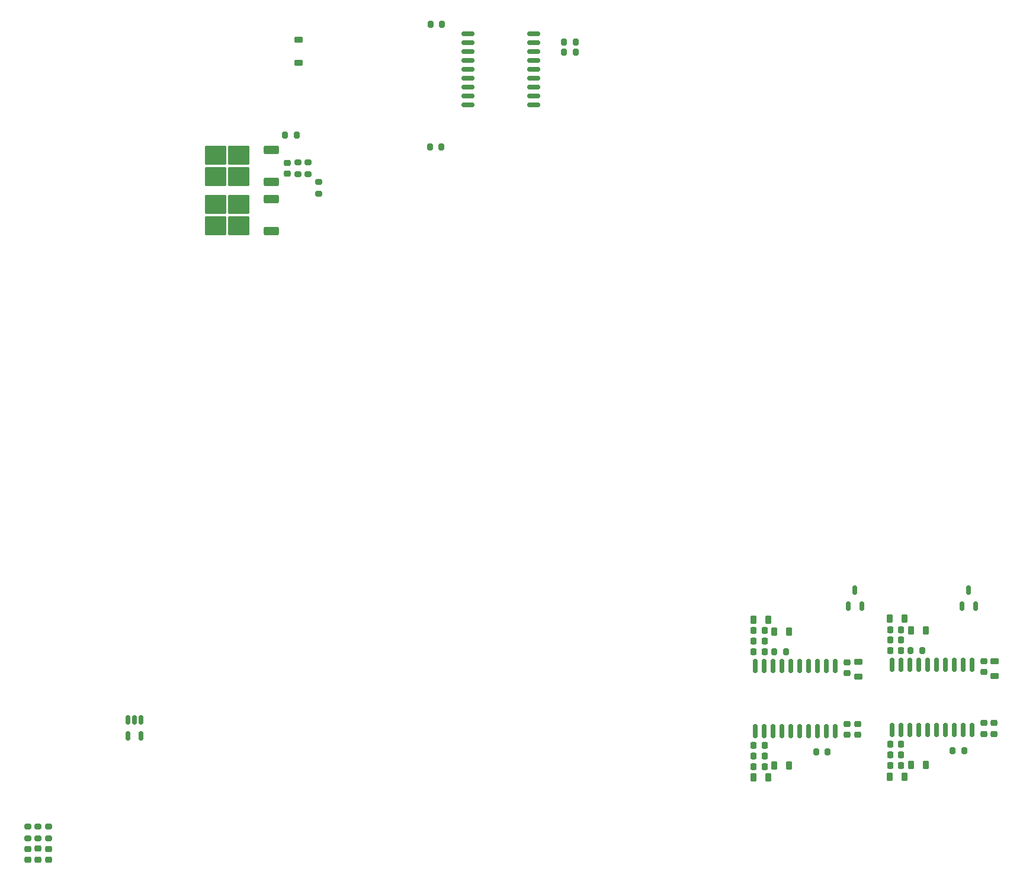
<source format=gbr>
%TF.GenerationSoftware,KiCad,Pcbnew,9.0.2*%
%TF.CreationDate,2025-09-29T11:38:53+09:00*%
%TF.ProjectId,RDC_Humanoid_Logic,5244435f-4875-46d6-916e-6f69645f4c6f,rev?*%
%TF.SameCoordinates,Original*%
%TF.FileFunction,Paste,Top*%
%TF.FilePolarity,Positive*%
%FSLAX46Y46*%
G04 Gerber Fmt 4.6, Leading zero omitted, Abs format (unit mm)*
G04 Created by KiCad (PCBNEW 9.0.2) date 2025-09-29 11:38:53*
%MOMM*%
%LPD*%
G01*
G04 APERTURE LIST*
G04 Aperture macros list*
%AMRoundRect*
0 Rectangle with rounded corners*
0 $1 Rounding radius*
0 $2 $3 $4 $5 $6 $7 $8 $9 X,Y pos of 4 corners*
0 Add a 4 corners polygon primitive as box body*
4,1,4,$2,$3,$4,$5,$6,$7,$8,$9,$2,$3,0*
0 Add four circle primitives for the rounded corners*
1,1,$1+$1,$2,$3*
1,1,$1+$1,$4,$5*
1,1,$1+$1,$6,$7*
1,1,$1+$1,$8,$9*
0 Add four rect primitives between the rounded corners*
20,1,$1+$1,$2,$3,$4,$5,0*
20,1,$1+$1,$4,$5,$6,$7,0*
20,1,$1+$1,$6,$7,$8,$9,0*
20,1,$1+$1,$8,$9,$2,$3,0*%
G04 Aperture macros list end*
%ADD10RoundRect,0.200000X-0.275000X0.200000X-0.275000X-0.200000X0.275000X-0.200000X0.275000X0.200000X0*%
%ADD11RoundRect,0.225000X-0.250000X0.225000X-0.250000X-0.225000X0.250000X-0.225000X0.250000X0.225000X0*%
%ADD12RoundRect,0.225000X0.225000X0.250000X-0.225000X0.250000X-0.225000X-0.250000X0.225000X-0.250000X0*%
%ADD13RoundRect,0.200000X0.200000X0.275000X-0.200000X0.275000X-0.200000X-0.275000X0.200000X-0.275000X0*%
%ADD14RoundRect,0.218750X-0.256250X0.218750X-0.256250X-0.218750X0.256250X-0.218750X0.256250X0.218750X0*%
%ADD15RoundRect,0.225000X0.250000X-0.225000X0.250000X0.225000X-0.250000X0.225000X-0.250000X-0.225000X0*%
%ADD16RoundRect,0.250000X0.850000X0.350000X-0.850000X0.350000X-0.850000X-0.350000X0.850000X-0.350000X0*%
%ADD17RoundRect,0.250000X1.275000X1.125000X-1.275000X1.125000X-1.275000X-1.125000X1.275000X-1.125000X0*%
%ADD18RoundRect,0.218750X0.381250X-0.218750X0.381250X0.218750X-0.381250X0.218750X-0.381250X-0.218750X0*%
%ADD19RoundRect,0.150000X0.150000X-0.512500X0.150000X0.512500X-0.150000X0.512500X-0.150000X-0.512500X0*%
%ADD20RoundRect,0.218750X0.218750X0.381250X-0.218750X0.381250X-0.218750X-0.381250X0.218750X-0.381250X0*%
%ADD21RoundRect,0.200000X-0.200000X-0.275000X0.200000X-0.275000X0.200000X0.275000X-0.200000X0.275000X0*%
%ADD22RoundRect,0.150000X-0.150000X0.875000X-0.150000X-0.875000X0.150000X-0.875000X0.150000X0.875000X0*%
%ADD23RoundRect,0.200000X0.275000X-0.200000X0.275000X0.200000X-0.275000X0.200000X-0.275000X-0.200000X0*%
%ADD24RoundRect,0.218750X-0.218750X-0.381250X0.218750X-0.381250X0.218750X0.381250X-0.218750X0.381250X0*%
%ADD25RoundRect,0.150000X-0.150000X0.512500X-0.150000X-0.512500X0.150000X-0.512500X0.150000X0.512500X0*%
%ADD26RoundRect,0.150000X0.800000X0.150000X-0.800000X0.150000X-0.800000X-0.150000X0.800000X-0.150000X0*%
%ADD27RoundRect,0.225000X-0.375000X0.225000X-0.375000X-0.225000X0.375000X-0.225000X0.375000X0.225000X0*%
G04 APERTURE END LIST*
D10*
%TO.C,R15*%
X99850000Y-59475000D03*
X99850000Y-61125000D03*
%TD*%
D11*
%TO.C,C15*%
X197881000Y-130746000D03*
X197881000Y-132296000D03*
%TD*%
D12*
%TO.C,C5*%
X166556000Y-129396000D03*
X165006000Y-129396000D03*
%TD*%
%TO.C,C4*%
X166556000Y-127896000D03*
X165006000Y-127896000D03*
%TD*%
D13*
%TO.C,R3*%
X169602200Y-129403200D03*
X167952200Y-129403200D03*
%TD*%
D14*
%TO.C,D4*%
X62750000Y-157537500D03*
X62750000Y-159112500D03*
%TD*%
%TO.C,D2*%
X61250000Y-157575000D03*
X61250000Y-159150000D03*
%TD*%
D13*
%TO.C,R14*%
X120378000Y-57260000D03*
X118728000Y-57260000D03*
%TD*%
D12*
%TO.C,C12*%
X186056000Y-126246000D03*
X184506000Y-126246000D03*
%TD*%
D15*
%TO.C,C7*%
X178381000Y-141296000D03*
X178381000Y-139746000D03*
%TD*%
D11*
%TO.C,C6*%
X178381000Y-130896000D03*
X178381000Y-132446000D03*
%TD*%
D15*
%TO.C,C16*%
X197881000Y-141146000D03*
X197881000Y-139596000D03*
%TD*%
D14*
%TO.C,D3*%
X64250000Y-157575000D03*
X64250000Y-159150000D03*
%TD*%
D16*
%TO.C,Q2*%
X96050000Y-69280000D03*
D17*
X91425000Y-68525000D03*
X91425000Y-65475000D03*
X88075000Y-68525000D03*
X88075000Y-65475000D03*
D16*
X96050000Y-64720000D03*
%TD*%
D18*
%TO.C,FB3*%
X179981000Y-132996000D03*
X179981000Y-130871000D03*
%TD*%
D11*
%TO.C,C2*%
X98350000Y-59525000D03*
X98350000Y-61075000D03*
%TD*%
D19*
%TO.C,J6*%
X178550000Y-122887500D03*
X180450000Y-122887500D03*
X179500000Y-120612500D03*
%TD*%
D20*
%TO.C,FB7*%
X189606000Y-126346000D03*
X187481000Y-126346000D03*
%TD*%
D18*
%TO.C,FB8*%
X199481000Y-132846000D03*
X199481000Y-130721000D03*
%TD*%
D21*
%TO.C,R7*%
X137925000Y-43750000D03*
X139575000Y-43750000D03*
%TD*%
D13*
%TO.C,R4*%
X175606000Y-143696000D03*
X173956000Y-143696000D03*
%TD*%
D22*
%TO.C,U1*%
X176696000Y-131446000D03*
X175426000Y-131446000D03*
X174156000Y-131446000D03*
X172886000Y-131446000D03*
X171616000Y-131446000D03*
X170346000Y-131446000D03*
X169076000Y-131446000D03*
X167806000Y-131446000D03*
X166536000Y-131446000D03*
X165266000Y-131446000D03*
X165266000Y-140746000D03*
X166536000Y-140746000D03*
X167806000Y-140746000D03*
X169076000Y-140746000D03*
X170346000Y-140746000D03*
X171616000Y-140746000D03*
X172886000Y-140746000D03*
X174156000Y-140746000D03*
X175426000Y-140746000D03*
X176696000Y-140746000D03*
%TD*%
D15*
%TO.C,C18*%
X199381000Y-141146000D03*
X199381000Y-139596000D03*
%TD*%
D23*
%TO.C,R10*%
X64250000Y-156075000D03*
X64250000Y-154425000D03*
%TD*%
D12*
%TO.C,C20*%
X186056000Y-145646000D03*
X184506000Y-145646000D03*
%TD*%
D23*
%TO.C,R12*%
X102850000Y-63925000D03*
X102850000Y-62275000D03*
%TD*%
D12*
%TO.C,C10*%
X166556000Y-144296000D03*
X165006000Y-144296000D03*
%TD*%
D21*
%TO.C,R1*%
X98025000Y-55600000D03*
X99675000Y-55600000D03*
%TD*%
D24*
%TO.C,FB5*%
X164981000Y-147396000D03*
X167106000Y-147396000D03*
%TD*%
D12*
%TO.C,C14*%
X186056000Y-129246000D03*
X184506000Y-129246000D03*
%TD*%
D20*
%TO.C,FB6*%
X186606000Y-124646000D03*
X184481000Y-124646000D03*
%TD*%
D24*
%TO.C,FB10*%
X184481000Y-147246000D03*
X186606000Y-147246000D03*
%TD*%
%TO.C,FB4*%
X167981000Y-145696000D03*
X170106000Y-145696000D03*
%TD*%
D16*
%TO.C,Q1*%
X96050000Y-62280000D03*
D17*
X91425000Y-61525000D03*
X91425000Y-58475000D03*
X88075000Y-61525000D03*
X88075000Y-58475000D03*
D16*
X96050000Y-57720000D03*
%TD*%
D15*
%TO.C,C9*%
X179881000Y-141296000D03*
X179881000Y-139746000D03*
%TD*%
D12*
%TO.C,C17*%
X186056000Y-142646000D03*
X184506000Y-142646000D03*
%TD*%
%TO.C,C8*%
X166556000Y-142796000D03*
X165006000Y-142796000D03*
%TD*%
D13*
%TO.C,R5*%
X189096200Y-129276200D03*
X187446200Y-129276200D03*
%TD*%
D12*
%TO.C,C13*%
X186056000Y-127746000D03*
X184506000Y-127746000D03*
%TD*%
D25*
%TO.C,J5*%
X77450000Y-139112500D03*
X76500000Y-139112500D03*
X75550000Y-139112500D03*
X75550000Y-141387500D03*
X77450000Y-141387500D03*
%TD*%
D12*
%TO.C,C11*%
X166556000Y-145796000D03*
X165006000Y-145796000D03*
%TD*%
D23*
%TO.C,R2*%
X101350000Y-61125000D03*
X101350000Y-59475000D03*
%TD*%
D13*
%TO.C,R13*%
X120478000Y-39750000D03*
X118828000Y-39750000D03*
%TD*%
D12*
%TO.C,C19*%
X186056000Y-144146000D03*
X184506000Y-144146000D03*
%TD*%
D19*
%TO.C,J7*%
X194800000Y-122887500D03*
X196700000Y-122887500D03*
X195750000Y-120612500D03*
%TD*%
D22*
%TO.C,U2*%
X196196000Y-131296000D03*
X194926000Y-131296000D03*
X193656000Y-131296000D03*
X192386000Y-131296000D03*
X191116000Y-131296000D03*
X189846000Y-131296000D03*
X188576000Y-131296000D03*
X187306000Y-131296000D03*
X186036000Y-131296000D03*
X184766000Y-131296000D03*
X184766000Y-140596000D03*
X186036000Y-140596000D03*
X187306000Y-140596000D03*
X188576000Y-140596000D03*
X189846000Y-140596000D03*
X191116000Y-140596000D03*
X192386000Y-140596000D03*
X193656000Y-140596000D03*
X194926000Y-140596000D03*
X196196000Y-140596000D03*
%TD*%
D12*
%TO.C,C3*%
X166556000Y-126396000D03*
X165006000Y-126396000D03*
%TD*%
D20*
%TO.C,FB1*%
X167106000Y-124796000D03*
X164981000Y-124796000D03*
%TD*%
D21*
%TO.C,R8*%
X137925000Y-42250000D03*
X139575000Y-42250000D03*
%TD*%
D26*
%TO.C,U4*%
X133600000Y-51284000D03*
X133600000Y-50014000D03*
X133600000Y-48744000D03*
X133600000Y-47474000D03*
X133600000Y-46204000D03*
X133600000Y-44934000D03*
X133600000Y-43664000D03*
X133600000Y-42394000D03*
X133600000Y-41124000D03*
X124150000Y-41124000D03*
X124150000Y-42394000D03*
X124150000Y-43664000D03*
X124150000Y-44934000D03*
X124150000Y-46204000D03*
X124150000Y-47474000D03*
X124150000Y-48744000D03*
X124150000Y-50014000D03*
X124150000Y-51284000D03*
%TD*%
D23*
%TO.C,R11*%
X62750000Y-156075000D03*
X62750000Y-154425000D03*
%TD*%
D20*
%TO.C,FB2*%
X170081000Y-126496000D03*
X167956000Y-126496000D03*
%TD*%
D24*
%TO.C,FB9*%
X187481000Y-145546000D03*
X189606000Y-145546000D03*
%TD*%
D13*
%TO.C,R6*%
X195106000Y-143546000D03*
X193456000Y-143546000D03*
%TD*%
D23*
%TO.C,R9*%
X61250000Y-156075000D03*
X61250000Y-154425000D03*
%TD*%
D27*
%TO.C,D1*%
X99929000Y-41966800D03*
X99929000Y-45266800D03*
%TD*%
M02*

</source>
